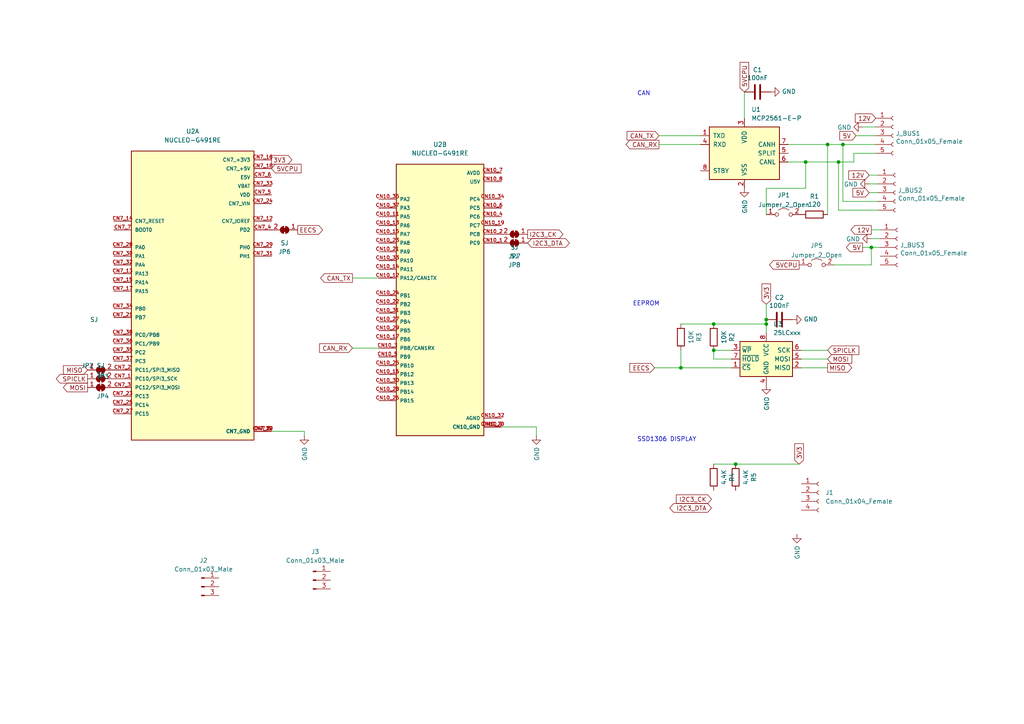
<source format=kicad_sch>
(kicad_sch (version 20211123) (generator eeschema)
  (paper "A4")
  (lib_symbols
    (symbol "Connector:Conn_01x03_Male" (pin_names (offset 1.016) hide)
      (property "Reference" "J" (at 0 5.08 0))
      (property "Value" "Conn_01x03_Male" (at 0 -5.08 0))
      (symbol "Conn_01x03_Male_1_1"
        (polyline (pts (xy 1.27 -2.54) (xy 0.8636 -2.54)) (stroke (width 0.1524)))
        (polyline (pts (xy 1.27 0) (xy 0.8636 0)) (stroke (width 0.1524)))
        (polyline (pts (xy 1.27 2.54) (xy 0.8636 2.54)) (stroke (width 0.1524)))
        (rectangle (start 0.8636 -2.413) (end 0 -2.667) (stroke (width 0.1524)) (fill (type outline)))
        (rectangle (start 0.8636 0.127) (end 0 -0.127) (stroke (width 0.1524)) (fill (type outline)))
        (rectangle (start 0.8636 2.667) (end 0 2.413) (stroke (width 0.1524)) (fill (type outline)))
        (pin passive line (at 5.08 2.54 180) (length 3.81) (name "Pin_1") (number "1"))
        (pin passive line (at 5.08 0 180) (length 3.81) (name "Pin_2") (number "2"))
        (pin passive line (at 5.08 -2.54 180) (length 3.81) (name "Pin_3") (number "3"))
      )
    )
    (symbol "Connector:Conn_01x04_Female" (pin_names (offset 1.016) hide)
      (property "Reference" "J" (at 0 5.08 0))
      (property "Value" "Conn_01x04_Female" (at 0 -7.62 0))
      (symbol "Conn_01x04_Female_1_1"
        (arc (start 0 -4.572) (mid -0.508 -5.08) (end 0 -5.588) (stroke (width 0.1524)))
        (arc (start 0 -2.032) (mid -0.508 -2.54) (end 0 -3.048) (stroke (width 0.1524)))
        (polyline (pts (xy -1.27 -5.08) (xy -0.508 -5.08)) (stroke (width 0.1524)))
        (polyline (pts (xy -1.27 -2.54) (xy -0.508 -2.54)) (stroke (width 0.1524)))
        (polyline (pts (xy -1.27 0) (xy -0.508 0)) (stroke (width 0.1524)))
        (polyline (pts (xy -1.27 2.54) (xy -0.508 2.54)) (stroke (width 0.1524)))
        (arc (start 0 0.508) (mid -0.508 0) (end 0 -0.508) (stroke (width 0.1524)))
        (arc (start 0 3.048) (mid -0.508 2.54) (end 0 2.032) (stroke (width 0.1524)))
        (pin passive line (at -5.08 2.54 0) (length 3.81) (name "Pin_1") (number "1"))
        (pin passive line (at -5.08 0 0) (length 3.81) (name "Pin_2") (number "2"))
        (pin passive line (at -5.08 -2.54 0) (length 3.81) (name "Pin_3") (number "3"))
        (pin passive line (at -5.08 -5.08 0) (length 3.81) (name "Pin_4") (number "4"))
      )
    )
    (symbol "Connector:Conn_01x05_Female" (pin_names (offset 1.016) hide)
      (property "Reference" "J" (at 0 7.62 0))
      (property "Value" "Conn_01x05_Female" (at 0 -7.62 0))
      (symbol "Conn_01x05_Female_1_1"
        (arc (start 0 -4.572) (mid -0.508 -5.08) (end 0 -5.588) (stroke (width 0.1524)))
        (arc (start 0 -2.032) (mid -0.508 -2.54) (end 0 -3.048) (stroke (width 0.1524)))
        (polyline (pts (xy -1.27 -5.08) (xy -0.508 -5.08)) (stroke (width 0.1524)))
        (polyline (pts (xy -1.27 -2.54) (xy -0.508 -2.54)) (stroke (width 0.1524)))
        (polyline (pts (xy -1.27 0) (xy -0.508 0)) (stroke (width 0.1524)))
        (polyline (pts (xy -1.27 2.54) (xy -0.508 2.54)) (stroke (width 0.1524)))
        (polyline (pts (xy -1.27 5.08) (xy -0.508 5.08)) (stroke (width 0.1524)))
        (arc (start 0 0.508) (mid -0.508 0) (end 0 -0.508) (stroke (width 0.1524)))
        (arc (start 0 3.048) (mid -0.508 2.54) (end 0 2.032) (stroke (width 0.1524)))
        (arc (start 0 5.588) (mid -0.508 5.08) (end 0 4.572) (stroke (width 0.1524)))
        (pin passive line (at -5.08 5.08 0) (length 3.81) (name "Pin_1") (number "1"))
        (pin passive line (at -5.08 2.54 0) (length 3.81) (name "Pin_2") (number "2"))
        (pin passive line (at -5.08 0 0) (length 3.81) (name "Pin_3") (number "3"))
        (pin passive line (at -5.08 -2.54 0) (length 3.81) (name "Pin_4") (number "4"))
        (pin passive line (at -5.08 -5.08 0) (length 3.81) (name "Pin_5") (number "5"))
      )
    )
    (symbol "Device:C" (pin_numbers hide) (pin_names (offset 0.254))
      (property "Reference" "C" (at 0.635 2.54 0))
      (property "Value" "C" (at 0.635 -2.54 0))
      (symbol "C_0_1"
        (polyline (pts (xy -2.032 -0.762) (xy 2.032 -0.762)) (stroke (width 0.508)))
        (polyline (pts (xy -2.032 0.762) (xy 2.032 0.762)) (stroke (width 0.508)))
      )
      (symbol "C_1_1"
        (pin passive line (at 0 3.81 270) (length 2.794) (name "~") (number "1"))
        (pin passive line (at 0 -3.81 90) (length 2.794) (name "~") (number "2"))
      )
    )
    (symbol "Device:R" (pin_numbers hide) (pin_names (offset 0))
      (property "Reference" "R" (at 2.032 0 90))
      (property "Value" "R" (at 0 0 90))
      (symbol "R_0_1"
        (rectangle (start -1.016 -2.54) (end 1.016 2.54) (stroke (width 0.254)))
      )
      (symbol "R_1_1"
        (pin passive line (at 0 3.81 270) (length 1.27) (name "~") (number "1"))
        (pin passive line (at 0 -3.81 90) (length 1.27) (name "~") (number "2"))
      )
    )
    (symbol "Interface_CAN_LIN:MCP2561-E-P" (pin_names (offset 1.016))
      (property "Reference" "U" (at -10.16 8.89 0))
      (property "Value" "MCP2561-E-P" (at 2.54 8.89 0))
      (symbol "MCP2561-E-P_0_1"
        (rectangle (start -10.16 7.62) (end 10.16 -7.62) (stroke (width 0.254)) (fill (type background)))
      )
      (symbol "MCP2561-E-P_1_1"
        (pin input line (at -12.7 5.08 0) (length 2.54) (name "TXD") (number "1"))
        (pin power_in line (at 0 -10.16 90) (length 2.54) (name "VSS") (number "2"))
        (pin power_in line (at 0 10.16 270) (length 2.54) (name "VDD") (number "3"))
        (pin output line (at -12.7 2.54 0) (length 2.54) (name "RXD") (number "4"))
        (pin passive line (at 12.7 0 180) (length 2.54) (name "SPLIT") (number "5"))
        (pin bidirectional line (at 12.7 -2.54 180) (length 2.54) (name "CANL") (number "6"))
        (pin bidirectional line (at 12.7 2.54 180) (length 2.54) (name "CANH") (number "7"))
        (pin input line (at -12.7 -5.08 0) (length 2.54) (name "STBY") (number "8"))
      )
    )
    (symbol "Jumper:Jumper_2_Open" (pin_names (offset 0) hide)
      (property "Reference" "JP" (at 0 2.794 0))
      (property "Value" "Jumper_2_Open" (at 0 -2.286 0))
      (symbol "Jumper_2_Open_0_0"
        (circle (center -2.032 0) (radius 0.508))
        (circle (center 2.032 0) (radius 0.508))
      )
      (symbol "Jumper_2_Open_0_1"
        (arc (start 1.524 1.27) (mid 0 1.778) (end -1.524 1.27))
      )
      (symbol "Jumper_2_Open_1_1"
        (pin passive line (at -5.08 0 0) (length 2.54) (name "A") (number "1"))
        (pin passive line (at 5.08 0 180) (length 2.54) (name "B") (number "2"))
      )
    )
    (symbol "Jumper:SolderJumper_2_Bridged" (pin_names (offset 0) hide)
      (property "Reference" "JP" (at 0 2.032 0))
      (property "Value" "SolderJumper_2_Bridged" (at 0 -2.54 0))
      (symbol "SolderJumper_2_Bridged_0_1"
        (rectangle (start -0.508 0.508) (end 0.508 -0.508) (fill (type outline)))
        (arc (start -0.254 1.016) (mid -1.27 0) (end -0.254 -1.016))
        (arc (start -0.254 1.016) (mid -1.27 0) (end -0.254 -1.016) (fill (type outline)))
        (polyline (pts (xy -0.254 1.016) (xy -0.254 -1.016)))
        (polyline (pts (xy 0.254 1.016) (xy 0.254 -1.016)))
        (arc (start 0.254 -1.016) (mid 1.27 0) (end 0.254 1.016))
        (arc (start 0.254 -1.016) (mid 1.27 0) (end 0.254 1.016) (fill (type outline)))
      )
      (symbol "SolderJumper_2_Bridged_1_1"
        (pin passive line (at -3.81 0 0) (length 2.54) (name "A") (number "1"))
        (pin passive line (at 3.81 0 180) (length 2.54) (name "B") (number "2"))
      )
    )
    (symbol "Memory_EEPROM:25LCxxx"
      (property "Reference" "U" (at -7.62 6.35 0))
      (property "Value" "25LCxxx" (at 2.54 -6.35 0))
      (symbol "25LCxxx_1_1"
        (rectangle (start -7.62 5.08) (end 7.62 -5.08) (stroke (width 0.254)) (fill (type background)))
        (pin input line (at -10.16 -2.54 0) (length 2.54) (name "~{CS}") (number "1"))
        (pin tri_state line (at 10.16 -2.54 180) (length 2.54) (name "MISO") (number "2"))
        (pin input line (at -10.16 2.54 0) (length 2.54) (name "~{WP}") (number "3"))
        (pin power_in line (at 0 -7.62 90) (length 2.54) (name "GND") (number "4"))
        (pin input line (at 10.16 0 180) (length 2.54) (name "MOSI") (number "5"))
        (pin input line (at 10.16 2.54 180) (length 2.54) (name "SCK") (number "6"))
        (pin input line (at -10.16 0 0) (length 2.54) (name "~{HOLD}") (number "7"))
        (pin power_in line (at 0 7.62 270) (length 2.54) (name "VCC") (number "8"))
      )
    )
    (symbol "NUCLEO-G491RE_1" (pin_names (offset 1.016))
      (property "Reference" "U" (at -17.78 41.91 0))
      (property "Value" "NUCLEO-G491RE_1" (at -17.78 -44.45 0))
      (symbol "NUCLEO-G491RE_1_1_0"
        (rectangle (start -17.78 -43.18) (end 17.78 40.64) (stroke (width 0.254)) (fill (type background)))
        (pin bidirectional line (at -22.86 -25.4 0) (length 5.08) (name "PC10/SPI3_SCK") (number "CN7_1"))
        (pin bidirectional line (at 22.86 20.32 180) (length 5.08) (name "CN7_IOREF") (number "CN7_12"))
        (pin bidirectional line (at -22.86 5.08 0) (length 5.08) (name "PA13") (number "CN7_13"))
        (pin bidirectional line (at -22.86 20.32 0) (length 5.08) (name "CN7_RESET") (number "CN7_14"))
        (pin bidirectional line (at -22.86 2.54 0) (length 5.08) (name "PA14") (number "CN7_15"))
        (pin power_in line (at 22.86 38.1 180) (length 5.08) (name "CN7_+3V3") (number "CN7_16"))
        (pin bidirectional line (at -22.86 0 0) (length 5.08) (name "PA15") (number "CN7_17"))
        (pin power_in line (at 22.86 35.56 180) (length 5.08) (name "CN7_+5V") (number "CN7_18"))
        (pin power_in line (at 22.86 -40.64 180) (length 5.08) (name "CN7_GND") (number "CN7_19"))
        (pin bidirectional line (at -22.86 -22.86 0) (length 5.08) (name "PC11/SPI3_MISO") (number "CN7_2"))
        (pin power_in line (at 22.86 -40.64 180) (length 5.08) (name "CN7_GND") (number "CN7_20"))
        (pin bidirectional line (at -22.86 -7.62 0) (length 5.08) (name "PB7") (number "CN7_21"))
        (pin power_in line (at 22.86 -40.64 180) (length 5.08) (name "CN7_GND") (number "CN7_22"))
        (pin bidirectional line (at -22.86 -30.48 0) (length 5.08) (name "PC13") (number "CN7_23"))
        (pin power_in line (at 22.86 25.4 180) (length 5.08) (name "CN7_VIN") (number "CN7_24"))
        (pin bidirectional line (at -22.86 -33.02 0) (length 5.08) (name "PC14") (number "CN7_25"))
        (pin bidirectional line (at -22.86 -35.56 0) (length 5.08) (name "PC15") (number "CN7_27"))
        (pin bidirectional line (at -22.86 12.7 0) (length 5.08) (name "PA0") (number "CN7_28"))
        (pin bidirectional line (at 22.86 12.7 180) (length 5.08) (name "PH0") (number "CN7_29"))
        (pin bidirectional line (at -22.86 -27.94 0) (length 5.08) (name "PC12/SPI3_MOSI") (number "CN7_3"))
        (pin bidirectional line (at -22.86 10.16 0) (length 5.08) (name "PA1") (number "CN7_30"))
        (pin bidirectional line (at 22.86 10.16 180) (length 5.08) (name "PH1") (number "CN7_31"))
        (pin bidirectional line (at -22.86 7.62 0) (length 5.08) (name "PA4") (number "CN7_32"))
        (pin power_in line (at 22.86 30.48 180) (length 5.08) (name "VBAT") (number "CN7_33"))
        (pin bidirectional line (at -22.86 -5.08 0) (length 5.08) (name "PB0") (number "CN7_34"))
        (pin bidirectional line (at -22.86 -17.78 0) (length 5.08) (name "PC2") (number "CN7_35"))
        (pin bidirectional line (at -22.86 -15.24 0) (length 5.08) (name "PC1/PB9") (number "CN7_36"))
        (pin bidirectional line (at -22.86 -20.32 0) (length 5.08) (name "PC3") (number "CN7_37"))
        (pin bidirectional line (at -22.86 -12.7 0) (length 5.08) (name "PC0/PB8") (number "CN7_38"))
        (pin bidirectional line (at 22.86 17.78 180) (length 5.08) (name "PD2") (number "CN7_4"))
        (pin power_in line (at 22.86 27.94 180) (length 5.08) (name "VDD") (number "CN7_5"))
        (pin power_in line (at 22.86 33.02 180) (length 5.08) (name "E5V") (number "CN7_6"))
        (pin bidirectional line (at -22.86 17.78 0) (length 5.08) (name "BOOT0") (number "CN7_7"))
        (pin power_in line (at 22.86 -40.64 180) (length 5.08) (name "CN7_GND") (number "CN7_8"))
      )
      (symbol "NUCLEO-G491RE_1_2_0"
        (rectangle (start -12.7 -40.64) (end 12.7 38.1) (stroke (width 0.254)) (fill (type background)))
        (pin bidirectional line (at 17.78 15.24 180) (length 5.08) (name "PC9") (number "CN10_1"))
        (pin bidirectional line (at -17.78 22.86 0) (length 5.08) (name "PA5") (number "CN10_11"))
        (pin bidirectional line (at -17.78 5.08 0) (length 5.08) (name "PA12/CAN1TX") (number "CN10_12"))
        (pin bidirectional line (at -17.78 20.32 0) (length 5.08) (name "PA6") (number "CN10_13"))
        (pin bidirectional line (at -17.78 7.62 0) (length 5.08) (name "PA11") (number "CN10_14"))
        (pin bidirectional line (at -17.78 17.78 0) (length 5.08) (name "PA7") (number "CN10_15"))
        (pin bidirectional line (at -17.78 -22.86 0) (length 5.08) (name "PB12") (number "CN10_16"))
        (pin bidirectional line (at -17.78 -12.7 0) (length 5.08) (name "PB6") (number "CN10_17"))
        (pin bidirectional line (at 17.78 20.32 180) (length 5.08) (name "PC7") (number "CN10_19"))
        (pin bidirectional line (at 17.78 17.78 180) (length 5.08) (name "PC8") (number "CN10_2"))
        (pin power_in line (at 17.78 -38.1 180) (length 5.08) (name "CN10_GND") (number "CN10_20"))
        (pin bidirectional line (at -17.78 12.7 0) (length 5.08) (name "PA9") (number "CN10_21"))
        (pin bidirectional line (at -17.78 -2.54 0) (length 5.08) (name "PB2") (number "CN10_22"))
        (pin bidirectional line (at -17.78 15.24 0) (length 5.08) (name "PA8") (number "CN10_23"))
        (pin bidirectional line (at -17.78 0 0) (length 5.08) (name "PB1") (number "CN10_24"))
        (pin bidirectional line (at -17.78 -20.32 0) (length 5.08) (name "PB10") (number "CN10_25"))
        (pin bidirectional line (at -17.78 -30.48 0) (length 5.08) (name "PB15") (number "CN10_26"))
        (pin bidirectional line (at -17.78 -7.62 0) (length 5.08) (name "PB4") (number "CN10_27"))
        (pin bidirectional line (at -17.78 -27.94 0) (length 5.08) (name "PB14") (number "CN10_28"))
        (pin bidirectional line (at -17.78 -10.16 0) (length 5.08) (name "PB5") (number "CN10_29"))
        (pin bidirectional line (at -17.78 -15.24 0) (length 5.08) (name "PB8/CAN1RX") (number "CN10_3"))
        (pin bidirectional line (at -17.78 -25.4 0) (length 5.08) (name "PB13") (number "CN10_30"))
        (pin bidirectional line (at -17.78 -5.08 0) (length 5.08) (name "PB3") (number "CN10_31"))
        (pin power_in line (at 17.78 -35.56 180) (length 5.08) (name "AGND") (number "CN10_32"))
        (pin bidirectional line (at -17.78 10.16 0) (length 5.08) (name "PA10") (number "CN10_33"))
        (pin bidirectional line (at 17.78 27.94 180) (length 5.08) (name "PC4") (number "CN10_34"))
        (pin bidirectional line (at -17.78 27.94 0) (length 5.08) (name "PA2") (number "CN10_35"))
        (pin bidirectional line (at -17.78 25.4 0) (length 5.08) (name "PA3") (number "CN10_37"))
        (pin bidirectional line (at 17.78 22.86 180) (length 5.08) (name "PC6") (number "CN10_4"))
        (pin bidirectional line (at -17.78 -17.78 0) (length 5.08) (name "PB9") (number "CN10_5"))
        (pin bidirectional line (at 17.78 25.4 180) (length 5.08) (name "PC5") (number "CN10_6"))
        (pin power_in line (at 17.78 35.56 180) (length 5.08) (name "AVDD") (number "CN10_7"))
        (pin power_in line (at 17.78 33.02 180) (length 5.08) (name "U5V") (number "CN10_8"))
        (pin power_in line (at 17.78 -38.1 180) (length 5.08) (name "CN10_GND") (number "CN10_9"))
      )
      (symbol "NUCLEO-G491RE_1_3_0"
        (rectangle (start -15.24 -12.7) (end 15.24 10.16) (stroke (width 0.254)) (fill (type background)))
        (pin bidirectional line (at -20.32 -5.08 0) (length 5.08) (name "CN6_IOREF") (number "CN6_2"))
        (pin bidirectional line (at -20.32 -2.54 0) (length 5.08) (name "CN6_RESET") (number "CN6_3"))
        (pin power_in line (at 20.32 2.54 180) (length 5.08) (name "CN6_+3V3") (number "CN6_4"))
        (pin power_in line (at 20.32 5.08 180) (length 5.08) (name "CN6_+5V") (number "CN6_5"))
        (pin power_in line (at 20.32 -10.16 180) (length 5.08) (name "CN6_GND") (number "CN6_6"))
        (pin power_in line (at 20.32 -10.16 180) (length 5.08) (name "CN6_GND") (number "CN6_7"))
        (pin power_in line (at 20.32 7.62 180) (length 5.08) (name "CN6_VIN") (number "CN6_8"))
      )
      (symbol "NUCLEO-G491RE_1_4_0"
        (rectangle (start -5.08 -12.7) (end 5.08 12.7) (stroke (width 0.254)) (fill (type background)))
        (pin input line (at -10.16 10.16 0) (length 5.08) (name "D0") (number "CN9_1"))
        (pin output line (at -10.16 7.62 0) (length 5.08) (name "D1") (number "CN9_2"))
        (pin bidirectional line (at -10.16 2.54 0) (length 5.08) (name "D2") (number "CN9_3"))
        (pin bidirectional line (at -10.16 0 0) (length 5.08) (name "D3") (number "CN9_4"))
        (pin bidirectional line (at -10.16 -2.54 0) (length 5.08) (name "D4") (number "CN9_5"))
        (pin bidirectional line (at -10.16 -5.08 0) (length 5.08) (name "D5") (number "CN9_6"))
        (pin bidirectional line (at -10.16 -7.62 0) (length 5.08) (name "D6") (number "CN9_7"))
        (pin bidirectional line (at -10.16 -10.16 0) (length 5.08) (name "D7") (number "CN9_8"))
      )
      (symbol "NUCLEO-G491RE_1_5_0"
        (rectangle (start -5.08 -10.16) (end 5.08 7.62) (stroke (width 0.254)) (fill (type background)))
        (pin input line (at -10.16 5.08 0) (length 5.08) (name "A0") (number "CN8_1"))
        (pin input line (at -10.16 2.54 0) (length 5.08) (name "A1") (number "CN8_2"))
        (pin input line (at -10.16 0 0) (length 5.08) (name "A2") (number "CN8_3"))
        (pin input line (at -10.16 -2.54 0) (length 5.08) (name "A3") (number "CN8_4"))
        (pin input line (at -10.16 -5.08 0) (length 5.08) (name "A4") (number "CN8_5"))
        (pin input line (at -10.16 -7.62 0) (length 5.08) (name "A5") (number "CN8_6"))
      )
      (symbol "NUCLEO-G491RE_1_6_0"
        (rectangle (start -10.16 -17.78) (end 10.16 15.24) (stroke (width 0.254)) (fill (type background)))
        (pin bidirectional line (at -15.24 7.62 0) (length 5.08) (name "D8") (number "CN5_1"))
        (pin bidirectional clock (at -15.24 -10.16 0) (length 5.08) (name "D15") (number "CN5_10"))
        (pin bidirectional line (at -15.24 5.08 0) (length 5.08) (name "D9") (number "CN5_2"))
        (pin bidirectional line (at -15.24 2.54 0) (length 5.08) (name "D10") (number "CN5_3"))
        (pin bidirectional line (at -15.24 0 0) (length 5.08) (name "D11") (number "CN5_4"))
        (pin bidirectional line (at -15.24 -2.54 0) (length 5.08) (name "D12") (number "CN5_5"))
        (pin bidirectional clock (at -15.24 -5.08 0) (length 5.08) (name "D13") (number "CN5_6"))
        (pin power_in line (at 15.24 -15.24 180) (length 5.08) (name "CN5_GND") (number "CN5_7"))
        (pin power_in line (at 15.24 12.7 180) (length 5.08) (name "AREF") (number "CN5_8"))
        (pin bidirectional line (at -15.24 -7.62 0) (length 5.08) (name "D14") (number "CN5_9"))
      )
    )
    (symbol "nucleo64:NUCLEO-G491RE" (pin_names (offset 1.016))
      (property "Reference" "U" (at -17.78 41.91 0))
      (property "Value" "NUCLEO-G491RE" (at -17.78 -44.45 0))
      (symbol "NUCLEO-G491RE_1_0"
        (rectangle (start -17.78 -43.18) (end 17.78 40.64) (stroke (width 0.254)) (fill (type background)))
        (pin bidirectional line (at -22.86 -25.4 0) (length 5.08) (name "PC10") (number "CN7_1"))
        (pin bidirectional line (at 22.86 20.32 180) (length 5.08) (name "CN7_IOREF") (number "CN7_12"))
        (pin bidirectional line (at -22.86 5.08 0) (length 5.08) (name "PA13") (number "CN7_13"))
        (pin bidirectional line (at -22.86 20.32 0) (length 5.08) (name "CN7_RESET") (number "CN7_14"))
        (pin bidirectional line (at -22.86 2.54 0) (length 5.08) (name "PA14") (number "CN7_15"))
        (pin power_in line (at 22.86 38.1 180) (length 5.08) (name "CN7_+3V3") (number "CN7_16"))
        (pin bidirectional line (at -22.86 0 0) (length 5.08) (name "PA15") (number "CN7_17"))
        (pin power_in line (at 22.86 35.56 180) (length 5.08) (name "CN7_+5V") (number "CN7_18"))
        (pin power_in line (at 22.86 -40.64 180) (length 5.08) (name "CN7_GND") (number "CN7_19"))
        (pin bidirectional line (at -22.86 -22.86 0) (length 5.08) (name "PC11") (number "CN7_2"))
        (pin power_in line (at 22.86 -40.64 180) (length 5.08) (name "CN7_GND") (number "CN7_20"))
        (pin bidirectional line (at -22.86 -7.62 0) (length 5.08) (name "PB7") (number "CN7_21"))
        (pin power_in line (at 22.86 -40.64 180) (length 5.08) (name "CN7_GND") (number "CN7_22"))
        (pin bidirectional line (at -22.86 -30.48 0) (length 5.08) (name "PC13") (number "CN7_23"))
        (pin power_in line (at 22.86 25.4 180) (length 5.08) (name "CN7_VIN") (number "CN7_24"))
        (pin bidirectional line (at -22.86 -33.02 0) (length 5.08) (name "PC14") (number "CN7_25"))
        (pin bidirectional line (at -22.86 -35.56 0) (length 5.08) (name "PC15") (number "CN7_27"))
        (pin bidirectional line (at -22.86 12.7 0) (length 5.08) (name "PA0") (number "CN7_28"))
        (pin bidirectional line (at 22.86 12.7 180) (length 5.08) (name "PH0") (number "CN7_29"))
        (pin bidirectional line (at -22.86 -27.94 0) (length 5.08) (name "PC12") (number "CN7_3"))
        (pin bidirectional line (at -22.86 10.16 0) (length 5.08) (name "PA1") (number "CN7_30"))
        (pin bidirectional line (at 22.86 10.16 180) (length 5.08) (name "PH1") (number "CN7_31"))
        (pin bidirectional line (at -22.86 7.62 0) (length 5.08) (name "PA4") (number "CN7_32"))
        (pin power_in line (at 22.86 30.48 180) (length 5.08) (name "VBAT") (number "CN7_33"))
        (pin bidirectional line (at -22.86 -5.08 0) (length 5.08) (name "PB0") (number "CN7_34"))
        (pin bidirectional line (at -22.86 -17.78 0) (length 5.08) (name "PC2") (number "CN7_35"))
        (pin bidirectional line (at -22.86 -15.24 0) (length 5.08) (name "PC1/PB9") (number "CN7_36"))
        (pin bidirectional line (at -22.86 -20.32 0) (length 5.08) (name "PC3") (number "CN7_37"))
        (pin bidirectional line (at -22.86 -12.7 0) (length 5.08) (name "PC0/PB8") (number "CN7_38"))
        (pin bidirectional line (at 22.86 17.78 180) (length 5.08) (name "PD2") (number "CN7_4"))
        (pin power_in line (at 22.86 27.94 180) (length 5.08) (name "VDD") (number "CN7_5"))
        (pin power_in line (at 22.86 33.02 180) (length 5.08) (name "E5V") (number "CN7_6"))
        (pin bidirectional line (at -22.86 17.78 0) (length 5.08) (name "BOOT0") (number "CN7_7"))
        (pin power_in line (at 22.86 -40.64 180) (length 5.08) (name "CN7_GND") (number "CN7_8"))
      )
      (symbol "NUCLEO-G491RE_2_0"
        (rectangle (start -12.7 -40.64) (end 12.7 38.1) (stroke (width 0.254)) (fill (type background)))
        (pin bidirectional line (at 17.78 15.24 180) (length 5.08) (name "PC9") (number "CN10_1"))
        (pin bidirectional line (at -17.78 22.86 0) (length 5.08) (name "PA5") (number "CN10_11"))
        (pin bidirectional line (at -17.78 5.08 0) (length 5.08) (name "PA12/CAN1TX") (number "CN10_12"))
        (pin bidirectional line (at -17.78 20.32 0) (length 5.08) (name "PA6") (number "CN10_13"))
        (pin bidirectional line (at -17.78 7.62 0) (length 5.08) (name "PA11") (number "CN10_14"))
        (pin bidirectional line (at -17.78 17.78 0) (length 5.08) (name "PA7") (number "CN10_15"))
        (pin bidirectional line (at -17.78 -22.86 0) (length 5.08) (name "PB12") (number "CN10_16"))
        (pin bidirectional line (at -17.78 -12.7 0) (length 5.08) (name "PB6") (number "CN10_17"))
        (pin bidirectional line (at 17.78 20.32 180) (length 5.08) (name "PC7") (number "CN10_19"))
        (pin bidirectional line (at 17.78 17.78 180) (length 5.08) (name "PC8") (number "CN10_2"))
        (pin power_in line (at 17.78 -38.1 180) (length 5.08) (name "CN10_GND") (number "CN10_20"))
        (pin bidirectional line (at -17.78 12.7 0) (length 5.08) (name "PA9") (number "CN10_21"))
        (pin bidirectional line (at -17.78 -2.54 0) (length 5.08) (name "PB2") (number "CN10_22"))
        (pin bidirectional line (at -17.78 15.24 0) (length 5.08) (name "PA8") (number "CN10_23"))
        (pin bidirectional line (at -17.78 0 0) (length 5.08) (name "PB1") (number "CN10_24"))
        (pin bidirectional line (at -17.78 -20.32 0) (length 5.08) (name "PB10") (number "CN10_25"))
        (pin bidirectional line (at -17.78 -30.48 0) (length 5.08) (name "PB15") (number "CN10_26"))
        (pin bidirectional line (at -17.78 -7.62 0) (length 5.08) (name "PB4") (number "CN10_27"))
        (pin bidirectional line (at -17.78 -27.94 0) (length 5.08) (name "PB14") (number "CN10_28"))
        (pin bidirectional line (at -17.78 -10.16 0) (length 5.08) (name "PB5") (number "CN10_29"))
        (pin bidirectional line (at -17.78 -15.24 0) (length 5.08) (name "PB8/CAN1RX") (number "CN10_3"))
        (pin bidirectional line (at -17.78 -25.4 0) (length 5.08) (name "PB13") (number "CN10_30"))
        (pin bidirectional line (at -17.78 -5.08 0) (length 5.08) (name "PB3") (number "CN10_31"))
        (pin power_in line (at 17.78 -35.56 180) (length 5.08) (name "AGND") (number "CN10_32"))
        (pin bidirectional line (at -17.78 10.16 0) (length 5.08) (name "PA10") (number "CN10_33"))
        (pin bidirectional line (at 17.78 27.94 180) (length 5.08) (name "PC4") (number "CN10_34"))
        (pin bidirectional line (at -17.78 27.94 0) (length 5.08) (name "PA2") (number "CN10_35"))
        (pin bidirectional line (at -17.78 25.4 0) (length 5.08) (name "PA3") (number "CN10_37"))
        (pin bidirectional line (at 17.78 22.86 180) (length 5.08) (name "PC6") (number "CN10_4"))
        (pin bidirectional line (at -17.78 -17.78 0) (length 5.08) (name "PB9") (number "CN10_5"))
        (pin bidirectional line (at 17.78 25.4 180) (length 5.08) (name "PC5") (number "CN10_6"))
        (pin power_in line (at 17.78 35.56 180) (length 5.08) (name "AVDD") (number "CN10_7"))
        (pin power_in line (at 17.78 33.02 180) (length 5.08) (name "U5V") (number "CN10_8"))
        (pin power_in line (at 17.78 -38.1 180) (length 5.08) (name "CN10_GND") (number "CN10_9"))
      )
      (symbol "NUCLEO-G491RE_3_0"
        (rectangle (start -15.24 -12.7) (end 15.24 10.16) (stroke (width 0.254)) (fill (type background)))
        (pin bidirectional line (at -20.32 -5.08 0) (length 5.08) (name "CN6_IOREF") (number "CN6_2"))
        (pin bidirectional line (at -20.32 -2.54 0) (length 5.08) (name "CN6_RESET") (number "CN6_3"))
        (pin power_in line (at 20.32 2.54 180) (length 5.08) (name "CN6_+3V3") (number "CN6_4"))
        (pin power_in line (at 20.32 5.08 180) (length 5.08) (name "CN6_+5V") (number "CN6_5"))
        (pin power_in line (at 20.32 -10.16 180) (length 5.08) (name "CN6_GND") (number "CN6_6"))
        (pin power_in line (at 20.32 -10.16 180) (length 5.08) (name "CN6_GND") (number "CN6_7"))
        (pin power_in line (at 20.32 7.62 180) (length 5.08) (name "CN6_VIN") (number "CN6_8"))
      )
      (symbol "NUCLEO-G491RE_4_0"
        (rectangle (start -5.08 -12.7) (end 5.08 12.7) (stroke (width 0.254)) (fill (type background)))
        (pin input line (at -10.16 10.16 0) (length 5.08) (name "D0") (number "CN9_1"))
        (pin output line (at -10.16 7.62 0) (length 5.08) (name "D1") (number "CN9_2"))
        (pin bidirectional line (at -10.16 2.54 0) (length 5.08) (name "D2") (number "CN9_3"))
        (pin bidirectional line (at -10.16 0 0) (length 5.08) (name "D3") (number "CN9_4"))
        (pin bidirectional line (at -10.16 -2.54 0) (length 5.08) (name "D4") (number "CN9_5"))
        (pin bidirectional line (at -10.16 -5.08 0) (length 5.08) (name "D5") (number "CN9_6"))
        (pin bidirectional line (at -10.16 -7.62 0) (length 5.08) (name "D6") (number "CN9_7"))
        (pin bidirectional line (at -10.16 -10.16 0) (length 5.08) (name "D7") (number "CN9_8"))
      )
      (symbol "NUCLEO-G491RE_5_0"
        (rectangle (start -5.08 -10.16) (end 5.08 7.62) (stroke (width 0.254)) (fill (type background)))
        (pin input line (at -10.16 5.08 0) (length 5.08) (name "A0") (number "CN8_1"))
        (pin input line (at -10.16 2.54 0) (length 5.08) (name "A1") (number "CN8_2"))
        (pin input line (at -10.16 0 0) (length 5.08) (name "A2") (number "CN8_3"))
        (pin input line (at -10.16 -2.54 0) (length 5.08) (name "A3") (number "CN8_4"))
        (pin input line (at -10.16 -5.08 0) (length 5.08) (name "A4") (number "CN8_5"))
        (pin input line (at -10.16 -7.62 0) (length 5.08) (name "A5") (number "CN8_6"))
      )
      (symbol "NUCLEO-G491RE_6_0"
        (rectangle (start -10.16 -17.78) (end 10.16 15.24) (stroke (width 0.254)) (fill (type background)))
        (pin bidirectional line (at -15.24 7.62 0) (length 5.08) (name "D8") (number "CN5_1"))
        (pin bidirectional clock (at -15.24 -10.16 0) (length 5.08) (name "D15") (number "CN5_10"))
        (pin bidirectional line (at -15.24 5.08 0) (length 5.08) (name "D9") (number "CN5_2"))
        (pin bidirectional line (at -15.24 2.54 0) (length 5.08) (name "D10") (number "CN5_3"))
        (pin bidirectional line (at -15.24 0 0) (length 5.08) (name "D11") (number "CN5_4"))
        (pin bidirectional line (at -15.24 -2.54 0) (length 5.08) (name "D12") (number "CN5_5"))
        (pin bidirectional clock (at -15.24 -5.08 0) (length 5.08) (name "D13") (number "CN5_6"))
        (pin power_in line (at 15.24 -15.24 180) (length 5.08) (name "CN5_GND") (number "CN5_7"))
        (pin power_in line (at 15.24 12.7 180) (length 5.08) (name "AREF") (number "CN5_8"))
        (pin bidirectional line (at -15.24 -7.62 0) (length 5.08) (name "D14") (number "CN5_9"))
      )
    )
    (symbol "power:GND" (power) (pin_names (offset 0))
      (property "Value" "GND" (at 0 -3.81 0))
      (symbol "GND_0_1"
        (polyline (pts (xy 0 0) (xy 0 -1.27) (xy 1.27 -1.27) (xy 0 -2.54) (xy -1.27 -1.27) (xy 0 -1.27)))
      )
      (symbol "GND_1_1"
        (pin power_in line (at 0 0 270) (length 0) hide (name "GND") (number "1"))
      )
    )
  )
  (junction (at 252.73 71.755))
  (junction (at 240.03 41.91))
  (junction (at 222.25 92.71))
  (junction (at 213.36 134.62))
  (junction (at 207.01 101.6))
  (junction (at 197.485 106.68))
  (junction (at 233.68 46.99))
  (junction (at 244.475 41.91))
  (junction (at 222.25 93.98))
  (junction (at 243.205 46.99))
  (junction (at 207.01 93.98))
  (wire (pts (xy 102.235 100.965) (xy 109.855 100.965)))
  (wire (pts (xy 247.65 44.45) (xy 247.65 46.99)))
  (wire (pts (xy 232.41 104.14) (xy 240.03 104.14)))
  (wire (pts (xy 213.36 134.62) (xy 231.775 134.62)))
  (wire (pts (xy 102.235 80.645) (xy 109.855 80.645)))
  (wire (pts (xy 252.73 69.215) (xy 255.27 69.215)))
  (wire (pts (xy 243.205 60.96) (xy 254.635 60.96)))
  (wire (pts (xy 252.73 71.755) (xy 255.27 71.755)))
  (wire (pts (xy 222.25 93.98) (xy 222.25 96.52)))
  (wire (pts (xy 88.265 125.095) (xy 88.265 126.365)))
  (wire (pts (xy 207.01 101.6) (xy 207.01 104.14)))
  (wire (pts (xy 222.25 92.71) (xy 222.25 93.98)))
  (wire (pts (xy 228.6 46.99) (xy 233.68 46.99)))
  (wire (pts (xy 207.01 101.6) (xy 212.09 101.6)))
  (wire (pts (xy 243.205 46.99) (xy 243.205 60.96)))
  (wire (pts (xy 247.65 44.45) (xy 254 44.45)))
  (wire (pts (xy 240.03 41.91) (xy 240.03 62.23)))
  (wire (pts (xy 222.25 88.265) (xy 222.25 92.71)))
  (wire (pts (xy 252.73 71.755) (xy 252.73 76.835)))
  (wire (pts (xy 244.475 41.91) (xy 254 41.91)))
  (wire (pts (xy 232.41 106.68) (xy 240.03 106.68)))
  (wire (pts (xy 197.485 93.98) (xy 207.01 93.98)))
  (wire (pts (xy 252.095 50.8) (xy 254.635 50.8)))
  (wire (pts (xy 197.485 101.6) (xy 197.485 106.68)))
  (wire (pts (xy 189.865 106.68) (xy 197.485 106.68)))
  (wire (pts (xy 252.095 55.88) (xy 254.635 55.88)))
  (wire (pts (xy 250.19 36.83) (xy 254 36.83)))
  (wire (pts (xy 78.74 125.095) (xy 88.265 125.095)))
  (wire (pts (xy 228.6 41.91) (xy 240.03 41.91)))
  (wire (pts (xy 191.135 41.91) (xy 203.2 41.91)))
  (wire (pts (xy 191.135 39.37) (xy 203.2 39.37)))
  (wire (pts (xy 250.19 71.755) (xy 252.73 71.755)))
  (wire (pts (xy 207.01 93.98) (xy 222.25 93.98)))
  (wire (pts (xy 145.415 123.825) (xy 155.575 123.825)))
  (wire (pts (xy 244.475 58.42) (xy 254.635 58.42)))
  (wire (pts (xy 244.475 41.91) (xy 244.475 58.42)))
  (wire (pts (xy 243.205 46.99) (xy 247.65 46.99)))
  (wire (pts (xy 233.68 46.99) (xy 243.205 46.99)))
  (wire (pts (xy 232.41 101.6) (xy 240.03 101.6)))
  (wire (pts (xy 248.285 39.37) (xy 254 39.37)))
  (wire (pts (xy 252.73 66.675) (xy 255.27 66.675)))
  (wire (pts (xy 252.095 53.34) (xy 254.635 53.34)))
  (wire (pts (xy 240.03 41.91) (xy 244.475 41.91)))
  (wire (pts (xy 155.575 123.825) (xy 155.575 126.365)))
  (wire (pts (xy 207.01 104.14) (xy 212.09 104.14)))
  (wire (pts (xy 222.25 62.23) (xy 222.25 54.61)))
  (wire (pts (xy 233.68 54.61) (xy 233.68 46.99)))
  (wire (pts (xy 222.25 54.61) (xy 233.68 54.61)))
  (wire (pts (xy 197.485 106.68) (xy 212.09 106.68)))
  (wire (pts (xy 241.935 76.835) (xy 252.73 76.835)))
  (wire (pts (xy 207.01 134.62) (xy 213.36 134.62)))
  (wire (pts (xy 215.9 26.67) (xy 215.9 34.29)))
  (text "CAN\n" (at 184.785 27.94 0) (effects (font (size 1.27 1.27)) (justify left bottom)))
  (text "SSD1306 DISPLAY\n" (at 184.785 128.27 0) (effects (font (size 1.27 1.27)) (justify left bottom)))
  (text "EEPROM" (at 183.515 88.9 0) (effects (font (size 1.27 1.27)) (justify left bottom)))
  (global_label "5VCPU" (shape input) (at 215.9 26.67 90) (property "Intersheet References" "${INTERSHEET_REFS}" (effects hide)))
  (global_label "MOSI" (shape output) (at 25.4 112.395 180) (property "Intersheet References" "${INTERSHEET_REFS}" (effects hide)))
  (global_label "EECS" (shape output) (at 86.36 66.675 0) (property "Intersheet References" "${INTERSHEET_REFS}" (effects hide)))
  (global_label "MISO" (shape output) (at 240.03 106.68 0) (property "Intersheet References" "${INTERSHEET_REFS}" (effects hide)))
  (global_label "3V3" (shape input) (at 231.775 134.62 90) (property "Intersheet References" "${INTERSHEET_REFS}" (effects hide)))
  (global_label "12V" (shape input) (at 252.095 50.8 180) (property "Intersheet References" "${INTERSHEET_REFS}" (effects hide)))
  (global_label "I2C3_DTA" (shape bidirectional) (at 206.375 147.32 180) (property "Intersheet References" "${INTERSHEET_REFS}" (effects hide)))
  (global_label "12V" (shape input) (at 254 34.29 180) (property "Intersheet References" "${INTERSHEET_REFS}" (effects hide)))
  (global_label "CAN_TX" (shape output) (at 102.235 80.645 180) (property "Intersheet References" "${INTERSHEET_REFS}" (effects hide)))
  (global_label "MOSI" (shape input) (at 240.03 104.14 0) (property "Intersheet References" "${INTERSHEET_REFS}" (effects hide)))
  (global_label "I2C3_DTA" (shape bidirectional) (at 153.035 70.485 0) (property "Intersheet References" "${INTERSHEET_REFS}" (effects hide)))
  (global_label "EECS" (shape input) (at 189.865 106.68 180) (property "Intersheet References" "${INTERSHEET_REFS}" (effects hide)))
  (global_label "3V3" (shape input) (at 222.25 88.265 90) (property "Intersheet References" "${INTERSHEET_REFS}" (effects hide)))
  (global_label "5VCPU" (shape output) (at 231.775 76.835 180) (property "Intersheet References" "${INTERSHEET_REFS}" (effects hide)))
  (global_label "5V" (shape input) (at 252.095 55.88 180) (property "Intersheet References" "${INTERSHEET_REFS}" (effects hide)))
  (global_label "12V" (shape output) (at 252.73 66.675 180) (property "Intersheet References" "${INTERSHEET_REFS}" (effects hide)))
  (global_label "SPICLK" (shape output) (at 25.4 109.855 180) (property "Intersheet References" "${INTERSHEET_REFS}" (effects hide)))
  (global_label "5V" (shape input) (at 248.285 39.37 180) (property "Intersheet References" "${INTERSHEET_REFS}" (effects hide)))
  (global_label "I2C3_CK" (shape input) (at 206.375 144.78 180) (property "Intersheet References" "${INTERSHEET_REFS}" (effects hide)))
  (global_label "5V" (shape output) (at 250.19 71.755 180) (property "Intersheet References" "${INTERSHEET_REFS}" (effects hide)))
  (global_label "CAN_RX" (shape output) (at 191.135 41.91 180) (property "Intersheet References" "${INTERSHEET_REFS}" (effects hide)))
  (global_label "MISO" (shape input) (at 25.4 107.315 180) (property "Intersheet References" "${INTERSHEET_REFS}" (effects hide)))
  (global_label "5VCPU" (shape input) (at 78.74 48.895 0) (property "Intersheet References" "${INTERSHEET_REFS}" (effects hide)))
  (global_label "CAN_TX" (shape input) (at 191.135 39.37 180) (property "Intersheet References" "${INTERSHEET_REFS}" (effects hide)))
  (global_label "CAN_RX" (shape input) (at 102.235 100.965 180) (property "Intersheet References" "${INTERSHEET_REFS}" (effects hide)))
  (global_label "I2C3_CK" (shape output) (at 153.035 67.945 0) (property "Intersheet References" "${INTERSHEET_REFS}" (effects hide)))
  (global_label "SPICLK" (shape input) (at 240.03 101.6 0) (property "Intersheet References" "${INTERSHEET_REFS}" (effects hide)))
  (global_label "3V3" (shape output) (at 78.74 46.355 0) (property "Intersheet References" "${INTERSHEET_REFS}" (effects hide)))
  (symbol (lib_id "Jumper:SolderJumper_2_Bridged") (at 29.21 107.315 0) (unit 1)
    (property "Reference" "JP2" (at 25.4 106.045 0))
    (property "Value" "SJ" (at 27.305 92.71 0))
    (property "Footprint" "Connector_PinHeader_2.54mm:PinHeader_1x02_P2.54mm_Vertical" (effects hide))
  )
  (symbol (lib_id "Device:C") (at 226.06 92.71 270) (unit 1)
    (property "Reference" "C2" (at 226.06 86.3092 90))
    (property "Value" "100nF" (at 226.06 88.6206 90))
    (property "Footprint" "Capacitor_THT:C_Disc_D3.4mm_W2.1mm_P2.50mm" (effects hide))
  )
  (symbol (lib_id "power:GND") (at 215.9 54.61 0) (unit 1)
    (property "Reference" "#PWR0107" (effects hide))
    (property "Value" "GND" (at 216.027 57.8612 90) (effects (justify right)))
  )
  (symbol (lib_id "Device:R") (at 207.01 97.79 180) (unit 1)
    (property "Reference" "R2" (at 212.2678 97.79 90))
    (property "Value" "10K" (at 209.9564 97.79 90))
    (property "Footprint" "Resistor_THT:R_Axial_DIN0207_L6.3mm_D2.5mm_P7.62mm_Horizontal" (effects hide))
  )
  (symbol (lib_id "Connector:Conn_01x04_Female") (at 237.49 142.875 0) (unit 1)
    (property "Reference" "J1" (at 239.395 142.8749 0) (effects (justify left)))
    (property "Value" "Conn_01x04_Female" (at 239.395 145.4149 0) (effects (justify left)))
    (property "Footprint" "Connector_PinHeader_2.54mm:PinHeader_1x04_P2.54mm_Vertical" (effects hide))
  )
  (symbol (lib_id "power:GND") (at 88.265 126.365 0) (unit 1)
    (property "Reference" "#PWR0104" (effects hide))
    (property "Value" "GND" (at 88.392 129.6162 90) (effects (justify right)))
  )
  (symbol (lib_id "Device:R") (at 236.22 62.23 270) (unit 1)
    (property "Reference" "R1" (at 236.22 56.9722 90))
    (property "Value" "120" (at 236.22 59.2836 90))
    (property "Footprint" "Resistor_THT:R_Axial_DIN0207_L6.3mm_D2.5mm_P7.62mm_Horizontal" (effects hide))
  )
  (symbol (lib_id "Device:R") (at 207.01 138.43 180) (unit 1)
    (property "Reference" "R4" (at 212.2678 138.43 90))
    (property "Value" "4.4K" (at 209.9564 138.43 90))
    (property "Footprint" "Resistor_THT:R_Axial_DIN0207_L6.3mm_D2.5mm_P7.62mm_Horizontal" (effects hide))
  )
  (symbol (lib_id "Jumper:SolderJumper_2_Bridged") (at 82.55 66.675 180) (unit 1)
    (property "Reference" "JP6" (at 82.55 73.025 0))
    (property "Value" "SJ" (at 82.55 70.485 0))
    (property "Footprint" "Connector_PinHeader_2.54mm:PinHeader_1x02_P2.54mm_Vertical" (effects hide))
  )
  (symbol (lib_id "Jumper:SolderJumper_2_Bridged") (at 149.225 70.485 180) (unit 1)
    (property "Reference" "JP8" (at 149.225 76.835 0))
    (property "Value" "SJ" (at 149.225 74.295 0))
    (property "Footprint" "Connector_PinHeader_2.54mm:PinHeader_1x02_P2.54mm_Vertical" (effects hide))
  )
  (symbol (lib_id "power:GND") (at 252.095 53.34 270) (unit 1)
    (property "Reference" "#PWR0101" (effects hide))
    (property "Value" "GND" (at 248.8438 53.467 90) (effects (justify right)))
  )
  (symbol (lib_id "Device:C") (at 219.71 26.67 270) (unit 1)
    (property "Reference" "C1" (at 219.71 20.2692 90))
    (property "Value" "100nF" (at 219.71 22.5806 90))
    (property "Footprint" "Capacitor_THT:C_Disc_D3.4mm_W2.1mm_P2.50mm" (effects hide))
  )
  (symbol (lib_id "power:GND") (at 231.14 154.94 0) (unit 1)
    (property "Reference" "#PWR0110" (effects hide))
    (property "Value" "GND" (at 231.267 158.1912 90) (effects (justify right)))
  )
  (symbol (lib_id "Jumper:Jumper_2_Open") (at 227.33 62.23 0) (unit 1)
    (property "Reference" "JP1" (at 227.33 56.6125 0))
    (property "Value" "Jumper_2_Open" (at 227.33 59.3876 0))
    (property "Footprint" "Connector_PinHeader_2.54mm:PinHeader_1x02_P2.54mm_Vertical" (effects hide))
  )
  (symbol (lib_id "Connector:Conn_01x05_Female") (at 260.35 71.755 0) (unit 1)
    (property "Reference" "J_BUS3" (at 261.0612 71.0946 0) (effects (justify left)))
    (property "Value" "Conn_01x05_Female" (at 261.0612 73.406 0) (effects (justify left)))
    (property "Footprint" "Connector_PinHeader_2.54mm:PinHeader_1x05_P2.54mm_Vertical" (effects hide))
  )
  (symbol (lib_name "NUCLEO-G491RE_1") (lib_id "nucleo64:NUCLEO-G491RE") (at 55.88 84.455 0) (unit 1)
    (property "Reference" "U2" (at 55.88 38.1 0))
    (property "Value" "NUCLEO-G491RE" (at 55.88 40.64 0))
    (property "Footprint" "MODULE_NUCLEO-G491RE" (effects hide))
    (property "MANUFACTURER" "STMicroelectronics" (effects hide))
    (property "PARTREV" "13" (effects hide))
    (property "STANDARD" "Manufacturer Recommendations" (effects hide))
  )
  (symbol (lib_id "Connector:Conn_01x03_Male") (at 58.42 170.18 0) (unit 1)
    (property "Reference" "J2" (at 59.055 162.56 0))
    (property "Value" "Conn_01x03_Male" (at 59.055 165.1 0))
    (property "Footprint" "Connector_PinHeader_2.54mm:PinHeader_1x03_P2.54mm_Horizontal" (effects hide))
  )
  (symbol (lib_id "power:GND") (at 222.25 111.76 0) (unit 1)
    (property "Reference" "#PWR0108" (effects hide))
    (property "Value" "GND" (at 222.377 115.0112 90) (effects (justify right)))
  )
  (symbol (lib_id "Jumper:SolderJumper_2_Bridged") (at 29.21 109.855 0) (unit 1)
    (property "Reference" "JP3" (at 29.845 109.22 0))
    (property "Value" "SJ" (at 29.21 106.045 0))
    (property "Footprint" "Connector_PinHeader_2.54mm:PinHeader_1x02_P2.54mm_Vertical" (effects hide))
  )
  (symbol (lib_id "Device:R") (at 197.485 97.79 180) (unit 1)
    (property "Reference" "R3" (at 202.7428 97.79 90))
    (property "Value" "10K" (at 200.4314 97.79 90))
    (property "Footprint" "Resistor_THT:R_Axial_DIN0207_L6.3mm_D2.5mm_P7.62mm_Horizontal" (effects hide))
  )
  (symbol (lib_id "power:GND") (at 155.575 126.365 0) (unit 1)
    (property "Reference" "#PWR0105" (effects hide))
    (property "Value" "GND" (at 155.702 129.6162 90) (effects (justify right)))
  )
  (symbol (lib_id "power:GND") (at 223.52 26.67 90) (unit 1)
    (property "Reference" "#PWR0103" (effects hide))
    (property "Value" "GND" (at 226.7712 26.543 90) (effects (justify right)))
  )
  (symbol (lib_id "Interface_CAN_LIN:MCP2561-E-P") (at 215.9 44.45 0) (unit 1)
    (property "Reference" "U1" (at 217.9194 31.75 0) (effects (justify left)))
    (property "Value" "MCP2561-E-P" (at 217.9194 34.29 0) (effects (justify left)))
    (property "Footprint" "Package_DIP:DIP-8_W7.62mm" (effects hide))
    (property "Datasheet" "http://ww1.microchip.com/downloads/en/DeviceDoc/25167A.pdf" (effects hide))
  )
  (symbol (lib_id "power:GND") (at 252.73 69.215 270) (unit 1)
    (property "Reference" "#PWR0109" (effects hide))
    (property "Value" "GND" (at 249.4788 69.342 90) (effects (justify right)))
  )
  (symbol (lib_id "Connector:Conn_01x05_Female") (at 259.715 55.88 0) (unit 1)
    (property "Reference" "J_BUS2" (at 260.4262 55.2196 0) (effects (justify left)))
    (property "Value" "Conn_01x05_Female" (at 260.4262 57.531 0) (effects (justify left)))
    (property "Footprint" "Connector_PinHeader_2.54mm:PinHeader_1x05_P2.54mm_Vertical" (effects hide))
  )
  (symbol (lib_id "Jumper:SolderJumper_2_Bridged") (at 149.225 67.945 180) (unit 1)
    (property "Reference" "JP7" (at 149.225 74.295 0))
    (property "Value" "SJ" (at 149.225 71.755 0))
    (property "Footprint" "Connector_PinHeader_2.54mm:PinHeader_1x02_P2.54mm_Vertical" (effects hide))
  )
  (symbol (lib_id "power:GND") (at 229.87 92.71 90) (unit 1)
    (property "Reference" "#PWR0106" (effects hide))
    (property "Value" "GND" (at 233.1212 92.583 90) (effects (justify right)))
  )
  (symbol (lib_id "nucleo64:NUCLEO-G491RE") (at 127.635 85.725 0) (unit 2)
    (property "Reference" "U2" (at 127.635 41.91 0))
    (property "Value" "NUCLEO-G491RE" (at 127.635 44.45 0))
    (property "Footprint" "MODULE_NUCLEO-G491RE" (effects hide))
    (property "MANUFACTURER" "STMicroelectronics" (effects hide))
    (property "PARTREV" "13" (effects hide))
    (property "STANDARD" "Manufacturer Recommendations" (effects hide))
  )
  (symbol (lib_id "Memory_EEPROM:25LCxxx") (at 222.25 104.14 0) (unit 1)
    (property "Reference" "U3" (at 224.2694 93.98 0) (effects (justify left)))
    (property "Value" "25LCxxx" (at 224.2694 96.52 0) (effects (justify left)))
    (property "Footprint" "Package_DIP:DIP-8_W7.62mm" (effects hide))
    (property "Datasheet" "http://ww1.microchip.com/downloads/en/DeviceDoc/21832H.pdf" (effects hide))
  )
  (symbol (lib_id "Jumper:Jumper_2_Open") (at 236.855 76.835 0) (unit 1)
    (property "Reference" "JP5" (at 236.855 71.2175 0))
    (property "Value" "Jumper_2_Open" (at 236.855 73.9926 0))
    (property "Footprint" "Connector_PinHeader_2.54mm:PinHeader_1x02_P2.54mm_Vertical" (effects hide))
  )
  (symbol (lib_id "Connector:Conn_01x05_Female") (at 259.08 39.37 0) (unit 1)
    (property "Reference" "J_BUS1" (at 259.7912 38.7096 0) (effects (justify left)))
    (property "Value" "Conn_01x05_Female" (at 259.7912 41.021 0) (effects (justify left)))
    (property "Footprint" "Connector_PinHeader_2.54mm:PinHeader_1x05_P2.54mm_Vertical" (effects hide))
  )
  (symbol (lib_id "Connector:Conn_01x03_Male") (at 90.805 168.275 0) (unit 1)
    (property "Reference" "J3" (at 91.44 160.02 0))
    (property "Value" "Conn_01x03_Male" (at 91.44 162.56 0))
    (property "Footprint" "Connector_PinHeader_2.54mm:PinHeader_1x03_P2.54mm_Horizontal" (effects hide))
  )
  (symbol (lib_id "power:GND") (at 250.19 36.83 270) (unit 1)
    (property "Reference" "#PWR0102" (effects hide))
    (property "Value" "GND" (at 246.9388 36.957 90) (effects (justify right)))
  )
  (symbol (lib_id "Device:R") (at 213.36 138.43 180) (unit 1)
    (property "Reference" "R5" (at 218.6178 138.43 90))
    (property "Value" "4.4K" (at 216.3064 138.43 90))
    (property "Footprint" "Resistor_THT:R_Axial_DIN0207_L6.3mm_D2.5mm_P7.62mm_Horizontal" (effects hide))
  )
  (symbol (lib_id "Jumper:SolderJumper_2_Bridged") (at 29.21 112.395 0) (unit 1)
    (property "Reference" "JP4" (at 29.845 114.935 0))
    (property "Value" "SJ" (at 29.21 108.585 0))
    (property "Footprint" "Connector_PinHeader_2.54mm:PinHeader_1x02_P2.54mm_Vertical" (effects hide))
  )
)
</source>
